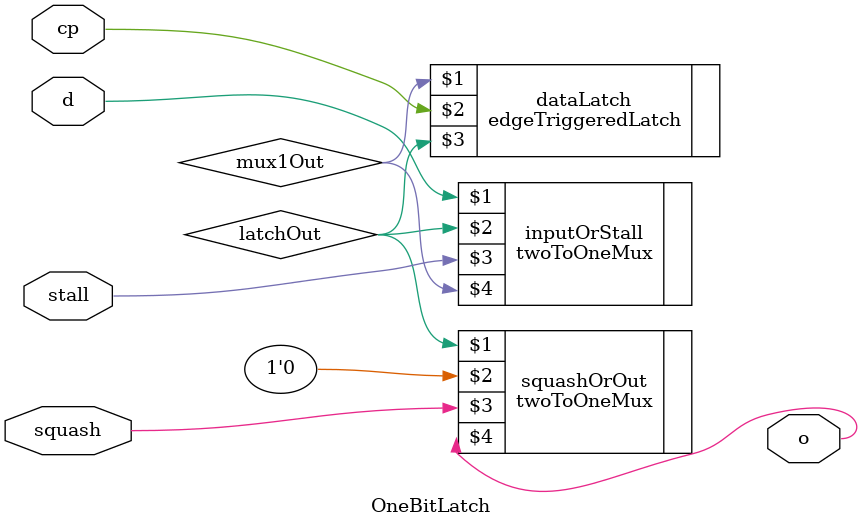
<source format=v>
module LatchN(data,data_Out,cp,stall,squash);
  parameter N=32;
	input [N-1:0] data;
	input cp,stall,squash;
	output reg [N-1:0] data_Out;
	
	//reg [N-1:0] dataReg;
	always @(posedge cp or posedge squash or posedge stall)
	begin
		data_Out = data;
		if(stall)
		  data_Out = data_Out;
		if(squash)
			data_Out = 0;
	end
endmodule

module FeIdLatch(pc,inst,pcOut,instOut,cp,stall,squash);
	input [31:0] pc;
	input [31:0] inst;
	input cp,stall,squash;
	output [31:0] pcOut;
	output [31:0]instOut;
	
	//pc
	OneBitLatch pc_bit0(pc[0],cp,stall,squash,pcOut[0]);
	OneBitLatch pc_bit1(pc[1],cp,stall,squash,pcOut[1]);
	OneBitLatch pc_bit2(pc[2],cp,stall,squash,pcOut[2]);
	OneBitLatch pc_bit3(pc[3],cp,stall,squash,pcOut[3]);
	OneBitLatch pc_bit4(pc[4],cp,stall,squash,pcOut[4]);
	OneBitLatch pc_bit5(pc[5],cp,stall,squash,pcOut[5]);
	OneBitLatch pc_bit6(pc[6],cp,stall,squash,pcOut[6]);
	OneBitLatch pc_bit7(pc[7],cp,stall,squash,pcOut[7]);
	OneBitLatch pc_bit8(pc[8],cp,stall,squash,pcOut[8]);
	OneBitLatch pc_bit9(pc[9],cp,stall,squash,pcOut[9]);
	OneBitLatch pc_bit10(pc[10],cp,stall,squash,pcOut[10]);
	OneBitLatch pc_bit11(pc[11],cp,stall,squash,pcOut[11]);
	OneBitLatch pc_bit12(pc[12],cp,stall,squash,pcOut[12]);
	OneBitLatch pc_bit13(pc[13],cp,stall,squash,pcOut[13]);
	OneBitLatch pc_bit14(pc[14],cp,stall,squash,pcOut[14]);
	OneBitLatch pc_bit15(pc[15],cp,stall,squash,pcOut[15]);
	OneBitLatch pc_bit16(pc[16],cp,stall,squash,pcOut[16]);
	OneBitLatch pc_bit17(pc[17],cp,stall,squash,pcOut[17]);
	OneBitLatch pc_bit18(pc[18],cp,stall,squash,pcOut[18]);
	OneBitLatch pc_bit19(pc[19],cp,stall,squash,pcOut[19]);
	OneBitLatch pc_bit20(pc[20],cp,stall,squash,pcOut[20]);
	OneBitLatch pc_bit21(pc[21],cp,stall,squash,pcOut[21]);
	OneBitLatch pc_bit22(pc[22],cp,stall,squash,pcOut[22]);
	OneBitLatch pc_bit23(pc[23],cp,stall,squash,pcOut[23]);
	OneBitLatch pc_bit24(pc[24],cp,stall,squash,pcOut[24]);
	OneBitLatch pc_bit25(pc[25],cp,stall,squash,pcOut[25]);
	OneBitLatch pc_bit26(pc[26],cp,stall,squash,pcOut[26]);
	OneBitLatch pc_bit27(pc[27],cp,stall,squash,pcOut[27]);
	OneBitLatch pc_bit28(pc[28],cp,stall,squash,pcOut[28]);
	OneBitLatch pc_bit29(pc[29],cp,stall,squash,pcOut[29]);
	OneBitLatch pc_bit30(pc[30],cp,stall,squash,pcOut[30]);
	OneBitLatch pc_bit31(pc[31],cp,stall,squash,pcOut[31]);
	
	
	//inst
	OneBitLatch inst_bit0(inst[0],cp,stall,squash,instOut[0]);
	OneBitLatch inst_bit1(inst[1],cp,stall,squash,instOut[1]);
	OneBitLatch inst_bit2(inst[2],cp,stall,squash,instOut[2]);
	OneBitLatch inst_bit3(inst[3],cp,stall,squash,instOut[3]);
	OneBitLatch inst_bit4(inst[4],cp,stall,squash,instOut[4]);
	OneBitLatch inst_bit5(inst[5],cp,stall,squash,instOut[5]);
	OneBitLatch inst_bit6(inst[6],cp,stall,squash,instOut[6]);
	OneBitLatch inst_bit7(inst[7],cp,stall,squash,instOut[7]);
	OneBitLatch inst_bit8(inst[8],cp,stall,squash,instOut[8]);
	OneBitLatch inst_bit9(inst[9],cp,stall,squash,instOut[9]);
	OneBitLatch inst_bit10(inst[10],cp,stall,squash,instOut[10]);
	OneBitLatch inst_bit11(inst[11],cp,stall,squash,instOut[11]);
	OneBitLatch inst_bit12(inst[12],cp,stall,squash,instOut[12]);
	OneBitLatch inst_bit13(inst[13],cp,stall,squash,instOut[13]);
	OneBitLatch inst_bit14(inst[14],cp,stall,squash,instOut[14]);
	OneBitLatch inst_bit15(inst[15],cp,stall,squash,instOut[15]);
	OneBitLatch inst_bit16(inst[16],cp,stall,squash,instOut[16]);
	OneBitLatch inst_bit17(inst[17],cp,stall,squash,instOut[17]);
	OneBitLatch inst_bit18(inst[18],cp,stall,squash,instOut[18]);
	OneBitLatch inst_bit19(inst[19],cp,stall,squash,instOut[19]);
	OneBitLatch inst_bit20(inst[20],cp,stall,squash,instOut[20]);
	OneBitLatch inst_bit21(inst[21],cp,stall,squash,instOut[21]);
	OneBitLatch inst_bit22(inst[22],cp,stall,squash,instOut[22]);
	OneBitLatch inst_bit23(inst[23],cp,stall,squash,instOut[23]);
	OneBitLatch inst_bit24(inst[24],cp,stall,squash,instOut[24]);
	OneBitLatch inst_bit25(inst[25],cp,stall,squash,instOut[25]);
	OneBitLatch inst_bit26(inst[26],cp,stall,squash,instOut[26]);
	OneBitLatch inst_bit27(inst[27],cp,stall,squash,instOut[27]);
	OneBitLatch inst_bit28(inst[28],cp,stall,squash,instOut[28]);
	OneBitLatch inst_bit29(inst[29],cp,stall,squash,instOut[29]);
	OneBitLatch inst_bit30(inst[30],cp,stall,squash,instOut[30]);
	OneBitLatch inst_bit31(inst[31],cp,stall,squash,instOut[31]);
endmodule

module IdExLatch(pc,cntrl,Z,Rz,Ry,Rx,imm32,pc_Out,cntrl_Out,Z_Out,Rz_Out,Ry_Out,Rx_Out,imm32_Out,cp,stall,squash);
	input [31:0] pc,Rz,Ry,Rx,imm32;
	input [2:0] Z;
	input [12:0] cntrl;
	input cp,stall,squash;
	output [31:0] pc_Out,Rz_Out,Ry_Out,Rx_Out,imm32_Out;
	output [2:0] Z_Out;
	output [12:0] cntrl_Out;
	
	//pc
	OneBitLatch pc_bit0(pc[0],cp,stall,squash,pc_Out[0]);
	OneBitLatch pc_bit1(pc[1],cp,stall,squash,pc_Out[1]);
	OneBitLatch pc_bit2(pc[2],cp,stall,squash,pc_Out[2]);
	OneBitLatch pc_bit3(pc[3],cp,stall,squash,pc_Out[3]);
	OneBitLatch pc_bit4(pc[4],cp,stall,squash,pc_Out[4]);
	OneBitLatch pc_bit5(pc[5],cp,stall,squash,pc_Out[5]);
	OneBitLatch pc_bit6(pc[6],cp,stall,squash,pc_Out[6]);
	OneBitLatch pc_bit7(pc[7],cp,stall,squash,pc_Out[7]);
	OneBitLatch pc_bit8(pc[8],cp,stall,squash,pc_Out[8]);
	OneBitLatch pc_bit9(pc[9],cp,stall,squash,pc_Out[9]);
	OneBitLatch pc_bit10(pc[10],cp,stall,squash,pc_Out[10]);
	OneBitLatch pc_bit11(pc[11],cp,stall,squash,pc_Out[11]);
	OneBitLatch pc_bit12(pc[12],cp,stall,squash,pc_Out[12]);
	OneBitLatch pc_bit13(pc[13],cp,stall,squash,pc_Out[13]);
	OneBitLatch pc_bit14(pc[14],cp,stall,squash,pc_Out[14]);
	OneBitLatch pc_bit15(pc[15],cp,stall,squash,pc_Out[15]);
	OneBitLatch pc_bit16(pc[16],cp,stall,squash,pc_Out[16]);
	OneBitLatch pc_bit17(pc[17],cp,stall,squash,pc_Out[17]);
	OneBitLatch pc_bit18(pc[18],cp,stall,squash,pc_Out[18]);
	OneBitLatch pc_bit19(pc[19],cp,stall,squash,pc_Out[19]);
	OneBitLatch pc_bit20(pc[20],cp,stall,squash,pc_Out[20]);
	OneBitLatch pc_bit21(pc[21],cp,stall,squash,pc_Out[21]);
	OneBitLatch pc_bit22(pc[22],cp,stall,squash,pc_Out[22]);
	OneBitLatch pc_bit23(pc[23],cp,stall,squash,pc_Out[23]);
	OneBitLatch pc_bit24(pc[24],cp,stall,squash,pc_Out[24]);
	OneBitLatch pc_bit25(pc[25],cp,stall,squash,pc_Out[25]);
	OneBitLatch pc_bit26(pc[26],cp,stall,squash,pc_Out[26]);
	OneBitLatch pc_bit27(pc[27],cp,stall,squash,pc_Out[27]);
	OneBitLatch pc_bit28(pc[28],cp,stall,squash,pc_Out[28]);
	OneBitLatch pc_bit29(pc[29],cp,stall,squash,pc_Out[29]);
	OneBitLatch pc_bit30(pc[30],cp,stall,squash,pc_Out[30]);
	OneBitLatch pc_bit31(pc[31],cp,stall,squash,pc_Out[31]);
	
	//cntrl
	OneBitLatch cntrl_bit0(cntrl[0],cp,stall,squash,cntrl_Out[0]);
	OneBitLatch cntrl_bit1(cntrl[1],cp,stall,squash,cntrl_Out[1]);
	OneBitLatch cntrl_bit2(cntrl[2],cp,stall,squash,cntrl_Out[2]);
	OneBitLatch cntrl_bit3(cntrl[3],cp,stall,squash,cntrl_Out[3]);
	OneBitLatch cntrl_bit4(cntrl[4],cp,stall,squash,cntrl_Out[4]);
	OneBitLatch cntrl_bit5(cntrl[5],cp,stall,squash,cntrl_Out[5]);
	OneBitLatch cntrl_bit6(cntrl[6],cp,stall,squash,cntrl_Out[6]);
	OneBitLatch cntrl_bit7(cntrl[7],cp,stall,squash,cntrl_Out[7]);
	OneBitLatch cntrl_bit8(cntrl[8],cp,stall,squash,cntrl_Out[8]);
	OneBitLatch cntrl_bit9(cntrl[9],cp,stall,squash,cntrl_Out[9]);
	OneBitLatch cntrl_bit10(cntrl[10],cp,stall,squash,cntrl_Out[10]);
	OneBitLatch cntrl_bit11(cntrl[11],cp,stall,squash,cntrl_Out[11]);
	OneBitLatch cntrl_bit12(cntrl[12],cp,stall,squash,cntrl_Out[12]);
	
	//Z
	OneBitLatch Z_bit0(Z[0],cp,stall,squash,Z_Out[0]);
	OneBitLatch Z_bit1(Z[1],cp,stall,squash,Z_Out[1]);
	OneBitLatch Z_bit2(Z[2],cp,stall,squash,Z_Out[2]);
	
	//Rz
	OneBitLatch Rz_bit0(Rz[0],cp,stall,squash,Rz_Out[0]);
	OneBitLatch Rz_bit1(Rz[1],cp,stall,squash,Rz_Out[1]);
	OneBitLatch Rz_bit2(Rz[2],cp,stall,squash,Rz_Out[2]);
	OneBitLatch Rz_bit3(Rz[3],cp,stall,squash,Rz_Out[3]);
	OneBitLatch Rz_bit4(Rz[4],cp,stall,squash,Rz_Out[4]);
	OneBitLatch Rz_bit5(Rz[5],cp,stall,squash,Rz_Out[5]);
	OneBitLatch Rz_bit6(Rz[6],cp,stall,squash,Rz_Out[6]);
	OneBitLatch Rz_bit7(Rz[7],cp,stall,squash,Rz_Out[7]);
	OneBitLatch Rz_bit8(Rz[8],cp,stall,squash,Rz_Out[8]);
	OneBitLatch Rz_bit9(Rz[9],cp,stall,squash,Rz_Out[9]);
	OneBitLatch Rz_bit10(Rz[10],cp,stall,squash,Rz_Out[10]);
	OneBitLatch Rz_bit11(Rz[11],cp,stall,squash,Rz_Out[11]);
	OneBitLatch Rz_bit12(Rz[12],cp,stall,squash,Rz_Out[12]);
	OneBitLatch Rz_bit13(Rz[13],cp,stall,squash,Rz_Out[13]);
	OneBitLatch Rz_bit14(Rz[14],cp,stall,squash,Rz_Out[14]);
	OneBitLatch Rz_bit15(Rz[15],cp,stall,squash,Rz_Out[15]);
	OneBitLatch Rz_bit16(Rz[16],cp,stall,squash,Rz_Out[16]);
	OneBitLatch Rz_bit17(Rz[17],cp,stall,squash,Rz_Out[17]);
	OneBitLatch Rz_bit18(Rz[18],cp,stall,squash,Rz_Out[18]);
	OneBitLatch Rz_bit19(Rz[19],cp,stall,squash,Rz_Out[19]);
	OneBitLatch Rz_bit20(Rz[20],cp,stall,squash,Rz_Out[20]);
	OneBitLatch Rz_bit21(Rz[21],cp,stall,squash,Rz_Out[21]);
	OneBitLatch Rz_bit22(Rz[22],cp,stall,squash,Rz_Out[22]);
	OneBitLatch Rz_bit23(Rz[23],cp,stall,squash,Rz_Out[23]);
	OneBitLatch Rz_bit24(Rz[24],cp,stall,squash,Rz_Out[24]);
	OneBitLatch Rz_bit25(Rz[25],cp,stall,squash,Rz_Out[25]);
	OneBitLatch Rz_bit26(Rz[26],cp,stall,squash,Rz_Out[26]);
	OneBitLatch Rz_bit27(Rz[27],cp,stall,squash,Rz_Out[27]);
	OneBitLatch Rz_bit28(Rz[28],cp,stall,squash,Rz_Out[28]);
	OneBitLatch Rz_bit29(Rz[29],cp,stall,squash,Rz_Out[29]);
	OneBitLatch Rz_bit30(Rz[30],cp,stall,squash,Rz_Out[30]);
	OneBitLatch Rz_bit31(Rz[31],cp,stall,squash,Rz_Out[31]);
	
	//Ry
	OneBitLatch Ry_bit0(Ry[0],cp,stall,squash,Ry_Out[0]);
	OneBitLatch Ry_bit1(Ry[1],cp,stall,squash,Ry_Out[1]);
	OneBitLatch Ry_bit2(Ry[2],cp,stall,squash,Ry_Out[2]);
	OneBitLatch Ry_bit3(Ry[3],cp,stall,squash,Ry_Out[3]);
	OneBitLatch Ry_bit4(Ry[4],cp,stall,squash,Ry_Out[4]);
	OneBitLatch Ry_bit5(Ry[5],cp,stall,squash,Ry_Out[5]);
	OneBitLatch Ry_bit6(Ry[6],cp,stall,squash,Ry_Out[6]);
	OneBitLatch Ry_bit7(Ry[7],cp,stall,squash,Ry_Out[7]);
	OneBitLatch Ry_bit8(Ry[8],cp,stall,squash,Ry_Out[8]);
	OneBitLatch Ry_bit9(Ry[9],cp,stall,squash,Ry_Out[9]);
	OneBitLatch Ry_bit10(Ry[10],cp,stall,squash,Ry_Out[10]);
	OneBitLatch Ry_bit11(Ry[11],cp,stall,squash,Ry_Out[11]);
	OneBitLatch Ry_bit12(Ry[12],cp,stall,squash,Ry_Out[12]);
	OneBitLatch Ry_bit13(Ry[13],cp,stall,squash,Ry_Out[13]);
	OneBitLatch Ry_bit14(Ry[14],cp,stall,squash,Ry_Out[14]);
	OneBitLatch Ry_bit15(Ry[15],cp,stall,squash,Ry_Out[15]);
	OneBitLatch Ry_bit16(Ry[16],cp,stall,squash,Ry_Out[16]);
	OneBitLatch Ry_bit17(Ry[17],cp,stall,squash,Ry_Out[17]);
	OneBitLatch Ry_bit18(Ry[18],cp,stall,squash,Ry_Out[18]);
	OneBitLatch Ry_bit19(Ry[19],cp,stall,squash,Ry_Out[19]);
	OneBitLatch Ry_bit20(Ry[20],cp,stall,squash,Ry_Out[20]);
	OneBitLatch Ry_bit21(Ry[21],cp,stall,squash,Ry_Out[21]);
	OneBitLatch Ry_bit22(Ry[22],cp,stall,squash,Ry_Out[22]);
	OneBitLatch Ry_bit23(Ry[23],cp,stall,squash,Ry_Out[23]);
	OneBitLatch Ry_bit24(Ry[24],cp,stall,squash,Ry_Out[24]);
	OneBitLatch Ry_bit25(Ry[25],cp,stall,squash,Ry_Out[25]);
	OneBitLatch Ry_bit26(Ry[26],cp,stall,squash,Ry_Out[26]);
	OneBitLatch Ry_bit27(Ry[27],cp,stall,squash,Ry_Out[27]);
	OneBitLatch Ry_bit28(Ry[28],cp,stall,squash,Ry_Out[28]);
	OneBitLatch Ry_bit29(Ry[29],cp,stall,squash,Ry_Out[29]);
	OneBitLatch Ry_bit30(Ry[30],cp,stall,squash,Ry_Out[30]);
	OneBitLatch Ry_bit31(Ry[31],cp,stall,squash,Ry_Out[31]);
	
	//Rx
	OneBitLatch Rx_bit0(Rx[0],cp,stall,squash,Rx_Out[0]);
	OneBitLatch Rx_bit1(Rx[1],cp,stall,squash,Rx_Out[1]);
	OneBitLatch Rx_bit2(Rx[2],cp,stall,squash,Rx_Out[2]);
	OneBitLatch Rx_bit3(Rx[3],cp,stall,squash,Rx_Out[3]);
	OneBitLatch Rx_bit4(Rx[4],cp,stall,squash,Rx_Out[4]);
	OneBitLatch Rx_bit5(Rx[5],cp,stall,squash,Rx_Out[5]);
	OneBitLatch Rx_bit6(Rx[6],cp,stall,squash,Rx_Out[6]);
	OneBitLatch Rx_bit7(Rx[7],cp,stall,squash,Rx_Out[7]);
	OneBitLatch Rx_bit8(Rx[8],cp,stall,squash,Rx_Out[8]);
	OneBitLatch Rx_bit9(Rx[9],cp,stall,squash,Rx_Out[9]);
	OneBitLatch Rx_bit10(Rx[10],cp,stall,squash,Rx_Out[10]);
	OneBitLatch Rx_bit11(Rx[11],cp,stall,squash,Rx_Out[11]);
	OneBitLatch Rx_bit12(Rx[12],cp,stall,squash,Rx_Out[12]);
	OneBitLatch Rx_bit13(Rx[13],cp,stall,squash,Rx_Out[13]);
	OneBitLatch Rx_bit14(Rx[14],cp,stall,squash,Rx_Out[14]);
	OneBitLatch Rx_bit15(Rx[15],cp,stall,squash,Rx_Out[15]);
	OneBitLatch Rx_bit16(Rx[16],cp,stall,squash,Rx_Out[16]);
	OneBitLatch Rx_bit17(Rx[17],cp,stall,squash,Rx_Out[17]);
	OneBitLatch Rx_bit18(Rx[18],cp,stall,squash,Rx_Out[18]);
	OneBitLatch Rx_bit19(Rx[19],cp,stall,squash,Rx_Out[19]);
	OneBitLatch Rx_bit20(Rx[20],cp,stall,squash,Rx_Out[20]);
	OneBitLatch Rx_bit21(Rx[21],cp,stall,squash,Rx_Out[21]);
	OneBitLatch Rx_bit22(Rx[22],cp,stall,squash,Rx_Out[22]);
	OneBitLatch Rx_bit23(Rx[23],cp,stall,squash,Rx_Out[23]);
	OneBitLatch Rx_bit24(Rx[24],cp,stall,squash,Rx_Out[24]);
	OneBitLatch Rx_bit25(Rx[25],cp,stall,squash,Rx_Out[25]);
	OneBitLatch Rx_bit26(Rx[26],cp,stall,squash,Rx_Out[26]);
	OneBitLatch Rx_bit27(Rx[27],cp,stall,squash,Rx_Out[27]);
	OneBitLatch Rx_bit28(Rx[28],cp,stall,squash,Rx_Out[28]);
	OneBitLatch Rx_bit29(Rx[29],cp,stall,squash,Rx_Out[29]);
	OneBitLatch Rx_bit30(Rx[30],cp,stall,squash,Rx_Out[30]);
	OneBitLatch Rx_bit31(Rx[31],cp,stall,squash,Rx_Out[31]);
	
	//imm32
	OneBitLatch imm32_bit0(imm32[0],cp,stall,squash,imm32_Out[0]);
	OneBitLatch imm32_bit1(imm32[1],cp,stall,squash,imm32_Out[1]);
	OneBitLatch imm32_bit2(imm32[2],cp,stall,squash,imm32_Out[2]);
	OneBitLatch imm32_bit3(imm32[3],cp,stall,squash,imm32_Out[3]);
	OneBitLatch imm32_bit4(imm32[4],cp,stall,squash,imm32_Out[4]);
	OneBitLatch imm32_bit5(imm32[5],cp,stall,squash,imm32_Out[5]);
	OneBitLatch imm32_bit6(imm32[6],cp,stall,squash,imm32_Out[6]);
	OneBitLatch imm32_bit7(imm32[7],cp,stall,squash,imm32_Out[7]);
	OneBitLatch imm32_bit8(imm32[8],cp,stall,squash,imm32_Out[8]);
	OneBitLatch imm32_bit9(imm32[9],cp,stall,squash,imm32_Out[9]);
	OneBitLatch imm32_bit10(imm32[10],cp,stall,squash,imm32_Out[10]);
	OneBitLatch imm32_bit11(imm32[11],cp,stall,squash,imm32_Out[11]);
	OneBitLatch imm32_bit12(imm32[12],cp,stall,squash,imm32_Out[12]);
	OneBitLatch imm32_bit13(imm32[13],cp,stall,squash,imm32_Out[13]);
	OneBitLatch imm32_bit14(imm32[14],cp,stall,squash,imm32_Out[14]);
	OneBitLatch imm32_bit15(imm32[15],cp,stall,squash,imm32_Out[15]);
	OneBitLatch imm32_bit16(imm32[16],cp,stall,squash,imm32_Out[16]);
	OneBitLatch imm32_bit17(imm32[17],cp,stall,squash,imm32_Out[17]);
	OneBitLatch imm32_bit18(imm32[18],cp,stall,squash,imm32_Out[18]);
	OneBitLatch imm32_bit19(imm32[19],cp,stall,squash,imm32_Out[19]);
	OneBitLatch imm32_bit20(imm32[20],cp,stall,squash,imm32_Out[20]);
	OneBitLatch imm32_bit21(imm32[21],cp,stall,squash,imm32_Out[21]);
	OneBitLatch imm32_bit22(imm32[22],cp,stall,squash,imm32_Out[22]);
	OneBitLatch imm32_bit23(imm32[23],cp,stall,squash,imm32_Out[23]);
	OneBitLatch imm32_bit24(imm32[24],cp,stall,squash,imm32_Out[24]);
	OneBitLatch imm32_bit25(imm32[25],cp,stall,squash,imm32_Out[25]);
	OneBitLatch imm32_bit26(imm32[26],cp,stall,squash,imm32_Out[26]);
	OneBitLatch imm32_bit27(imm32[27],cp,stall,squash,imm32_Out[27]);
	OneBitLatch imm32_bit28(imm32[28],cp,stall,squash,imm32_Out[28]);
	OneBitLatch imm32_bit29(imm32[29],cp,stall,squash,imm32_Out[29]);
	OneBitLatch imm32_bit30(imm32[30],cp,stall,squash,imm32_Out[30]);
	OneBitLatch imm32_bit31(imm32[31],cp,stall,squash,imm32_Out[31]);
	
	

endmodule

module ExMemLatch(alu,Rz,Z,cntrl,alu_Out,Rz_Out,Z_Out,cntrl_Out,cp,stall,squash);
	input [31:0] alu,Rz;
	input [2:0] Z;
	input [12:0] cntrl;
	input cp,stall,squash;
	
	output [31:0] alu_Out,Rz_Out;
	output [2:0] Z_Out;
	output [12:0] cntrl_Out;
	
	//alu
	OneBitLatch alu_bit0(alu[0],cp,stall,squash,alu_Out[0]);
	OneBitLatch alu_bit1(alu[1],cp,stall,squash,alu_Out[1]);
	OneBitLatch alu_bit2(alu[2],cp,stall,squash,alu_Out[2]);
	OneBitLatch alu_bit3(alu[3],cp,stall,squash,alu_Out[3]);
	OneBitLatch alu_bit4(alu[4],cp,stall,squash,alu_Out[4]);
	OneBitLatch alu_bit5(alu[5],cp,stall,squash,alu_Out[5]);
	OneBitLatch alu_bit6(alu[6],cp,stall,squash,alu_Out[6]);
	OneBitLatch alu_bit7(alu[7],cp,stall,squash,alu_Out[7]);
	OneBitLatch alu_bit8(alu[8],cp,stall,squash,alu_Out[8]);
	OneBitLatch alu_bit9(alu[9],cp,stall,squash,alu_Out[9]);
	OneBitLatch alu_bit10(alu[10],cp,stall,squash,alu_Out[10]);
	OneBitLatch alu_bit11(alu[11],cp,stall,squash,alu_Out[11]);
	OneBitLatch alu_bit12(alu[12],cp,stall,squash,alu_Out[12]);
	OneBitLatch alu_bit13(alu[13],cp,stall,squash,alu_Out[13]);
	OneBitLatch alu_bit14(alu[14],cp,stall,squash,alu_Out[14]);
	OneBitLatch alu_bit15(alu[15],cp,stall,squash,alu_Out[15]);
	OneBitLatch alu_bit16(alu[16],cp,stall,squash,alu_Out[16]);
	OneBitLatch alu_bit17(alu[17],cp,stall,squash,alu_Out[17]);
	OneBitLatch alu_bit18(alu[18],cp,stall,squash,alu_Out[18]);
	OneBitLatch alu_bit19(alu[19],cp,stall,squash,alu_Out[19]);
	OneBitLatch alu_bit20(alu[20],cp,stall,squash,alu_Out[20]);
	OneBitLatch alu_bit21(alu[21],cp,stall,squash,alu_Out[21]);
	OneBitLatch alu_bit22(alu[22],cp,stall,squash,alu_Out[22]);
	OneBitLatch alu_bit23(alu[23],cp,stall,squash,alu_Out[23]);
	OneBitLatch alu_bit24(alu[24],cp,stall,squash,alu_Out[24]);
	OneBitLatch alu_bit25(alu[25],cp,stall,squash,alu_Out[25]);
	OneBitLatch alu_bit26(alu[26],cp,stall,squash,alu_Out[26]);
	OneBitLatch alu_bit27(alu[27],cp,stall,squash,alu_Out[27]);
	OneBitLatch alu_bit28(alu[28],cp,stall,squash,alu_Out[28]);
	OneBitLatch alu_bit29(alu[29],cp,stall,squash,alu_Out[29]);
	OneBitLatch alu_bit30(alu[30],cp,stall,squash,alu_Out[30]);
	OneBitLatch alu_bit31(alu[31],cp,stall,squash,alu_Out[31]);
	
	//Rz
	OneBitLatch Rz_bit0(Rz[0],cp,stall,squash,Rz_Out[0]);
	OneBitLatch Rz_bit1(Rz[1],cp,stall,squash,Rz_Out[1]);
	OneBitLatch Rz_bit2(Rz[2],cp,stall,squash,Rz_Out[2]);
	OneBitLatch Rz_bit3(Rz[3],cp,stall,squash,Rz_Out[3]);
	OneBitLatch Rz_bit4(Rz[4],cp,stall,squash,Rz_Out[4]);
	OneBitLatch Rz_bit5(Rz[5],cp,stall,squash,Rz_Out[5]);
	OneBitLatch Rz_bit6(Rz[6],cp,stall,squash,Rz_Out[6]);
	OneBitLatch Rz_bit7(Rz[7],cp,stall,squash,Rz_Out[7]);
	OneBitLatch Rz_bit8(Rz[8],cp,stall,squash,Rz_Out[8]);
	OneBitLatch Rz_bit9(Rz[9],cp,stall,squash,Rz_Out[9]);
	OneBitLatch Rz_bit10(Rz[10],cp,stall,squash,Rz_Out[10]);
	OneBitLatch Rz_bit11(Rz[11],cp,stall,squash,Rz_Out[11]);
	OneBitLatch Rz_bit12(Rz[12],cp,stall,squash,Rz_Out[12]);
	OneBitLatch Rz_bit13(Rz[13],cp,stall,squash,Rz_Out[13]);
	OneBitLatch Rz_bit14(Rz[14],cp,stall,squash,Rz_Out[14]);
	OneBitLatch Rz_bit15(Rz[15],cp,stall,squash,Rz_Out[15]);
	OneBitLatch Rz_bit16(Rz[16],cp,stall,squash,Rz_Out[16]);
	OneBitLatch Rz_bit17(Rz[17],cp,stall,squash,Rz_Out[17]);
	OneBitLatch Rz_bit18(Rz[18],cp,stall,squash,Rz_Out[18]);
	OneBitLatch Rz_bit19(Rz[19],cp,stall,squash,Rz_Out[19]);
	OneBitLatch Rz_bit20(Rz[20],cp,stall,squash,Rz_Out[20]);
	OneBitLatch Rz_bit21(Rz[21],cp,stall,squash,Rz_Out[21]);
	OneBitLatch Rz_bit22(Rz[22],cp,stall,squash,Rz_Out[22]);
	OneBitLatch Rz_bit23(Rz[23],cp,stall,squash,Rz_Out[23]);
	OneBitLatch Rz_bit24(Rz[24],cp,stall,squash,Rz_Out[24]);
	OneBitLatch Rz_bit25(Rz[25],cp,stall,squash,Rz_Out[25]);
	OneBitLatch Rz_bit26(Rz[26],cp,stall,squash,Rz_Out[26]);
	OneBitLatch Rz_bit27(Rz[27],cp,stall,squash,Rz_Out[27]);
	OneBitLatch Rz_bit28(Rz[28],cp,stall,squash,Rz_Out[28]);
	OneBitLatch Rz_bit29(Rz[29],cp,stall,squash,Rz_Out[29]);
	OneBitLatch Rz_bit30(Rz[30],cp,stall,squash,Rz_Out[30]);
	OneBitLatch Rz_bit31(Rz[31],cp,stall,squash,Rz_Out[31]);
	
	//Z
	OneBitLatch Z_bit0(Z[0],cp,stall,squash,Z_Out[0]);
	OneBitLatch Z_bit1(Z[1],cp,stall,squash,Z_Out[1]);
	OneBitLatch Z_bit2(Z[2],cp,stall,squash,Z_Out[2]);
	
	//cntrl
	OneBitLatch cntrl_bit0(cntrl[0],cp,stall,squash,cntrl_Out[0]);
	OneBitLatch cntrl_bit1(cntrl[1],cp,stall,squash,cntrl_Out[1]);
	OneBitLatch cntrl_bit2(cntrl[2],cp,stall,squash,cntrl_Out[2]);
	OneBitLatch cntrl_bit3(cntrl[3],cp,stall,squash,cntrl_Out[3]);
	OneBitLatch cntrl_bit4(cntrl[4],cp,stall,squash,cntrl_Out[4]);
	OneBitLatch cntrl_bit5(cntrl[5],cp,stall,squash,cntrl_Out[5]);
	OneBitLatch cntrl_bit6(cntrl[6],cp,stall,squash,cntrl_Out[6]);
	OneBitLatch cntrl_bit7(cntrl[7],cp,stall,squash,cntrl_Out[7]);
	OneBitLatch cntrl_bit8(cntrl[8],cp,stall,squash,cntrl_Out[8]);
	OneBitLatch cntrl_bit9(cntrl[9],cp,stall,squash,cntrl_Out[9]);
	OneBitLatch cntrl_bit10(cntrl[10],cp,stall,squash,cntrl_Out[10]);
	OneBitLatch cntrl_bit11(cntrl[11],cp,stall,squash,cntrl_Out[11]);
	OneBitLatch cntrl_bit12(cntrl[12],cp,stall,squash,cntrl_Out[12]);
endmodule

module MemWbLatch(cntrl,alu,mem,Z,cntrl_Out,alu_Out,mem_Out,Z_Out,cp,stall,squash);
	input [31:0] alu,mem;
	input [2:0] Z;
	input [12:0] cntrl;
	input cp,stall,squash;
	
	output [31:0] alu_Out,mem_Out;
	output [2:0] Z_Out;
	output [12:0] cntrl_Out;
	
	//alu
	OneBitLatch alu_bit0(alu[0],cp,stall,squash,alu_Out[0]);
	OneBitLatch alu_bit1(alu[1],cp,stall,squash,alu_Out[1]);
	OneBitLatch alu_bit2(alu[2],cp,stall,squash,alu_Out[2]);
	OneBitLatch alu_bit3(alu[3],cp,stall,squash,alu_Out[3]);
	OneBitLatch alu_bit4(alu[4],cp,stall,squash,alu_Out[4]);
	OneBitLatch alu_bit5(alu[5],cp,stall,squash,alu_Out[5]);
	OneBitLatch alu_bit6(alu[6],cp,stall,squash,alu_Out[6]);
	OneBitLatch alu_bit7(alu[7],cp,stall,squash,alu_Out[7]);
	OneBitLatch alu_bit8(alu[8],cp,stall,squash,alu_Out[8]);
	OneBitLatch alu_bit9(alu[9],cp,stall,squash,alu_Out[9]);
	OneBitLatch alu_bit10(alu[10],cp,stall,squash,alu_Out[10]);
	OneBitLatch alu_bit11(alu[11],cp,stall,squash,alu_Out[11]);
	OneBitLatch alu_bit12(alu[12],cp,stall,squash,alu_Out[12]);
	OneBitLatch alu_bit13(alu[13],cp,stall,squash,alu_Out[13]);
	OneBitLatch alu_bit14(alu[14],cp,stall,squash,alu_Out[14]);
	OneBitLatch alu_bit15(alu[15],cp,stall,squash,alu_Out[15]);
	OneBitLatch alu_bit16(alu[16],cp,stall,squash,alu_Out[16]);
	OneBitLatch alu_bit17(alu[17],cp,stall,squash,alu_Out[17]);
	OneBitLatch alu_bit18(alu[18],cp,stall,squash,alu_Out[18]);
	OneBitLatch alu_bit19(alu[19],cp,stall,squash,alu_Out[19]);
	OneBitLatch alu_bit20(alu[20],cp,stall,squash,alu_Out[20]);
	OneBitLatch alu_bit21(alu[21],cp,stall,squash,alu_Out[21]);
	OneBitLatch alu_bit22(alu[22],cp,stall,squash,alu_Out[22]);
	OneBitLatch alu_bit23(alu[23],cp,stall,squash,alu_Out[23]);
	OneBitLatch alu_bit24(alu[24],cp,stall,squash,alu_Out[24]);
	OneBitLatch alu_bit25(alu[25],cp,stall,squash,alu_Out[25]);
	OneBitLatch alu_bit26(alu[26],cp,stall,squash,alu_Out[26]);
	OneBitLatch alu_bit27(alu[27],cp,stall,squash,alu_Out[27]);
	OneBitLatch alu_bit28(alu[28],cp,stall,squash,alu_Out[28]);
	OneBitLatch alu_bit29(alu[29],cp,stall,squash,alu_Out[29]);
	OneBitLatch alu_bit30(alu[30],cp,stall,squash,alu_Out[30]);
	OneBitLatch alu_bit31(alu[31],cp,stall,squash,alu_Out[31]);
	
	//mem
	OneBitLatch mem_bit0(mem[0],cp,stall,squash,mem_Out[0]);
	OneBitLatch mem_bit1(mem[1],cp,stall,squash,mem_Out[1]);
	OneBitLatch mem_bit2(mem[2],cp,stall,squash,mem_Out[2]);
	OneBitLatch mem_bit3(mem[3],cp,stall,squash,mem_Out[3]);
	OneBitLatch mem_bit4(mem[4],cp,stall,squash,mem_Out[4]);
	OneBitLatch mem_bit5(mem[5],cp,stall,squash,mem_Out[5]);
	OneBitLatch mem_bit6(mem[6],cp,stall,squash,mem_Out[6]);
	OneBitLatch mem_bit7(mem[7],cp,stall,squash,mem_Out[7]);
	OneBitLatch mem_bit8(mem[8],cp,stall,squash,mem_Out[8]);
	OneBitLatch mem_bit9(mem[9],cp,stall,squash,mem_Out[9]);
	OneBitLatch mem_bit10(mem[10],cp,stall,squash,mem_Out[10]);
	OneBitLatch mem_bit11(mem[11],cp,stall,squash,mem_Out[11]);
	OneBitLatch mem_bit12(mem[12],cp,stall,squash,mem_Out[12]);
	OneBitLatch mem_bit13(mem[13],cp,stall,squash,mem_Out[13]);
	OneBitLatch mem_bit14(mem[14],cp,stall,squash,mem_Out[14]);
	OneBitLatch mem_bit15(mem[15],cp,stall,squash,mem_Out[15]);
	OneBitLatch mem_bit16(mem[16],cp,stall,squash,mem_Out[16]);
	OneBitLatch mem_bit17(mem[17],cp,stall,squash,mem_Out[17]);
	OneBitLatch mem_bit18(mem[18],cp,stall,squash,mem_Out[18]);
	OneBitLatch mem_bit19(mem[19],cp,stall,squash,mem_Out[19]);
	OneBitLatch mem_bit20(mem[20],cp,stall,squash,mem_Out[20]);
	OneBitLatch mem_bit21(mem[21],cp,stall,squash,mem_Out[21]);
	OneBitLatch mem_bit22(mem[22],cp,stall,squash,mem_Out[22]);
	OneBitLatch mem_bit23(mem[23],cp,stall,squash,mem_Out[23]);
	OneBitLatch mem_bit24(mem[24],cp,stall,squash,mem_Out[24]);
	OneBitLatch mem_bit25(mem[25],cp,stall,squash,mem_Out[25]);
	OneBitLatch mem_bit26(mem[26],cp,stall,squash,mem_Out[26]);
	OneBitLatch mem_bit27(mem[27],cp,stall,squash,mem_Out[27]);
	OneBitLatch mem_bit28(mem[28],cp,stall,squash,mem_Out[28]);
	OneBitLatch mem_bit29(mem[29],cp,stall,squash,mem_Out[29]);
	OneBitLatch mem_bit30(mem[30],cp,stall,squash,mem_Out[30]);
	OneBitLatch mem_bit31(mem[31],cp,stall,squash,mem_Out[31]);
	
	
	//Z
	OneBitLatch Z_bit0(Z[0],cp,stall,squash,Z_Out[0]);
	OneBitLatch Z_bit1(Z[1],cp,stall,squash,Z_Out[1]);
	OneBitLatch Z_bit2(Z[2],cp,stall,squash,Z_Out[2]);
	
	//cntrl
	OneBitLatch cntrl_bit0(cntrl[0],cp,stall,squash,cntrl_Out[0]);
	OneBitLatch cntrl_bit1(cntrl[1],cp,stall,squash,cntrl_Out[1]);
	OneBitLatch cntrl_bit2(cntrl[2],cp,stall,squash,cntrl_Out[2]);
	OneBitLatch cntrl_bit3(cntrl[3],cp,stall,squash,cntrl_Out[3]);
	OneBitLatch cntrl_bit4(cntrl[4],cp,stall,squash,cntrl_Out[4]);
	OneBitLatch cntrl_bit5(cntrl[5],cp,stall,squash,cntrl_Out[5]);
	OneBitLatch cntrl_bit6(cntrl[6],cp,stall,squash,cntrl_Out[6]);
	OneBitLatch cntrl_bit7(cntrl[7],cp,stall,squash,cntrl_Out[7]);
	OneBitLatch cntrl_bit8(cntrl[8],cp,stall,squash,cntrl_Out[8]);
	OneBitLatch cntrl_bit9(cntrl[9],cp,stall,squash,cntrl_Out[9]);
	OneBitLatch cntrl_bit10(cntrl[10],cp,stall,squash,cntrl_Out[10]);
	OneBitLatch cntrl_bit11(cntrl[11],cp,stall,squash,cntrl_Out[11]);
	OneBitLatch cntrl_bit12(cntrl[12],cp,stall,squash,cntrl_Out[12]);
	
	
endmodule


module OneBitLatch(d,cp,stall,squash,o);
	input d,cp,stall,squash;
	output o;
	wire latchOut,mux1Out;
	twoToOneMux inputOrStall(d,latchOut,stall,mux1Out);
	edgeTriggeredLatch dataLatch(mux1Out,cp,latchOut);
	twoToOneMux squashOrOut(latchOut,1'b0,squash,o);
	
endmodule
</source>
